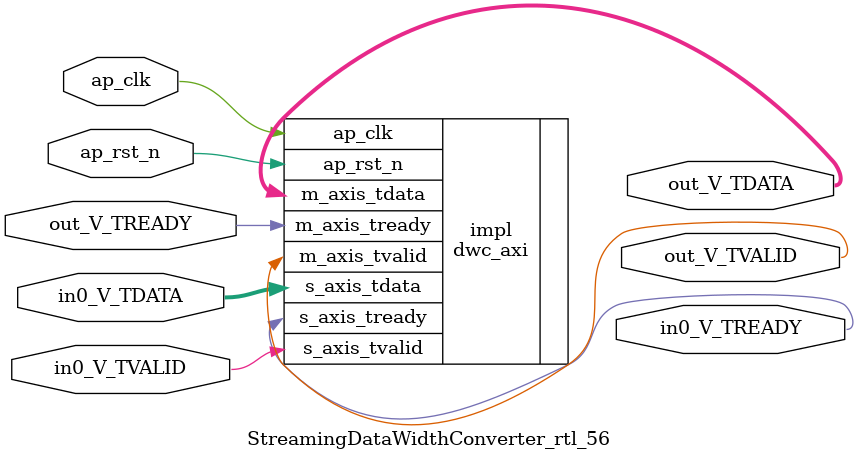
<source format=v>
/******************************************************************************
 * Copyright (C) 2023, Advanced Micro Devices, Inc.
 * All rights reserved.
 *
 * Redistribution and use in source and binary forms, with or without
 * modification, are permitted provided that the following conditions are met:
 *
 *  1. Redistributions of source code must retain the above copyright notice,
 *     this list of conditions and the following disclaimer.
 *
 *  2. Redistributions in binary form must reproduce the above copyright
 *     notice, this list of conditions and the following disclaimer in the
 *     documentation and/or other materials provided with the distribution.
 *
 *  3. Neither the name of the copyright holder nor the names of its
 *     contributors may be used to endorse or promote products derived from
 *     this software without specific prior written permission.
 *
 * THIS SOFTWARE IS PROVIDED BY THE COPYRIGHT HOLDERS AND CONTRIBUTORS "AS IS"
 * AND ANY EXPRESS OR IMPLIED WARRANTIES, INCLUDING, BUT NOT LIMITED TO,
 * THE IMPLIED WARRANTIES OF MERCHANTABILITY AND FITNESS FOR A PARTICULAR
 * PURPOSE ARE DISCLAIMED. IN NO EVENT SHALL THE COPYRIGHT HOLDER OR
 * CONTRIBUTORS BE LIABLE FOR ANY DIRECT, INDIRECT, INCIDENTAL, SPECIAL,
 * EXEMPLARY, OR CONSEQUENTIAL DAMAGES (INCLUDING, BUT NOT LIMITED TO,
 * PROCUREMENT OF SUBSTITUTE GOODS OR SERVICES; LOSS OF USE, DATA, OR PROFITS;
 * OR BUSINESS INTERRUPTION). HOWEVER CAUSED AND ON ANY THEORY OF LIABILITY,
 * WHETHER IN CONTRACT, STRICT LIABILITY, OR TORT (INCLUDING NEGLIGENCE OR
 * OTHERWISE) ARISING IN ANY WAY OUT OF THE USE OF THIS SOFTWARE, EVEN IF
 * ADVISED OF THE POSSIBILITY OF SUCH DAMAGE.
 *****************************************************************************/

module StreamingDataWidthConverter_rtl_56 #(
	parameter  IBITS = 5,
	parameter  OBITS = 40,

	parameter  AXI_IBITS = (IBITS+7)/8 * 8,
	parameter  AXI_OBITS = (OBITS+7)/8 * 8
)(
	//- Global Control ------------------
	(* X_INTERFACE_INFO = "xilinx.com:signal:clock:1.0 ap_clk CLK" *)
	(* X_INTERFACE_PARAMETER = "ASSOCIATED_BUSIF in0_V:out_V, ASSOCIATED_RESET ap_rst_n" *)
	input	ap_clk,
	(* X_INTERFACE_PARAMETER = "POLARITY ACTIVE_LOW" *)
	input	ap_rst_n,

	//- AXI Stream - Input --------------
	output	in0_V_TREADY,
	input	in0_V_TVALID,
	input	[AXI_IBITS-1:0]  in0_V_TDATA,

	//- AXI Stream - Output -------------
	input	out_V_TREADY,
	output	out_V_TVALID,
	output	[AXI_OBITS-1:0]  out_V_TDATA
);

	dwc_axi #(
		.IBITS(IBITS),
		.OBITS(OBITS)
	) impl (
		.ap_clk(ap_clk),
		.ap_rst_n(ap_rst_n),
		.s_axis_tready(in0_V_TREADY),
		.s_axis_tvalid(in0_V_TVALID),
		.s_axis_tdata(in0_V_TDATA),
		.m_axis_tready(out_V_TREADY),
		.m_axis_tvalid(out_V_TVALID),
		.m_axis_tdata(out_V_TDATA)
	);

endmodule

</source>
